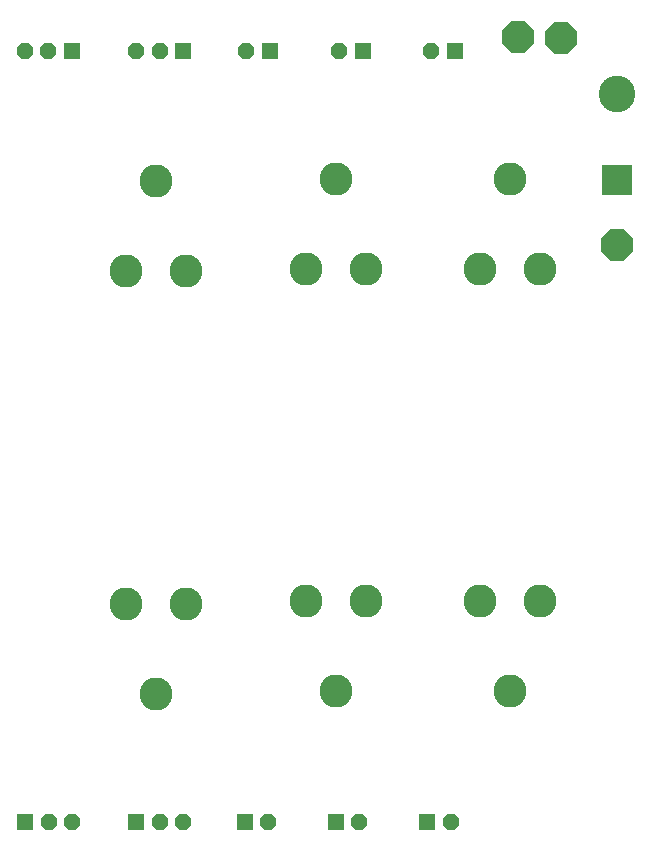
<source format=gbr>
G04 EAGLE Gerber RS-274X export*
G75*
%MOMM*%
%FSLAX34Y34*%
%LPD*%
%INSoldermask Bottom*%
%IPPOS*%
%AMOC8*
5,1,8,0,0,1.08239X$1,22.5*%
G01*
%ADD10P,2.859241X8X292.500000*%
%ADD11R,2.641600X2.641600*%
%ADD12C,3.101600*%
%ADD13C,2.801600*%
%ADD14R,1.422400X1.422400*%
%ADD15P,1.539592X8X112.500000*%
%ADD16P,1.539592X8X292.500000*%
%ADD17P,2.859241X8X22.500000*%


D10*
X240370Y154582D03*
D11*
X240370Y209700D03*
D12*
X240370Y282700D03*
D13*
X149250Y210720D03*
X174650Y134520D03*
X123850Y134520D03*
X174650Y-147290D03*
X123850Y-147290D03*
X149250Y-223490D03*
X2250Y210720D03*
X-23150Y134520D03*
X27650Y134520D03*
X-23150Y-147290D03*
X27650Y-147290D03*
X2250Y-223490D03*
X-149830Y-225652D03*
X-175230Y-149452D03*
X-124430Y-149452D03*
X-175230Y132358D03*
X-124430Y132358D03*
X-149830Y208558D03*
D14*
X79492Y-333756D03*
D15*
X99492Y-333756D03*
D14*
X102740Y318700D03*
D16*
X82740Y318700D03*
D14*
X-75020Y-333756D03*
D15*
X-55020Y-333756D03*
D14*
X-53940Y318584D03*
D16*
X-73940Y318584D03*
D14*
X1820Y-333756D03*
D15*
X21820Y-333756D03*
D14*
X24900Y318744D03*
D16*
X4900Y318744D03*
D14*
X-221484Y318528D03*
D16*
X-241484Y318528D03*
X-261484Y318528D03*
D14*
X-261108Y-333756D03*
D15*
X-241108Y-333756D03*
X-221108Y-333756D03*
D14*
X-127188Y318904D03*
D16*
X-147188Y318904D03*
X-167188Y318904D03*
D14*
X-167188Y-333756D03*
D15*
X-147188Y-333756D03*
X-127188Y-333756D03*
D17*
X192700Y330000D03*
X155890Y330270D03*
M02*

</source>
